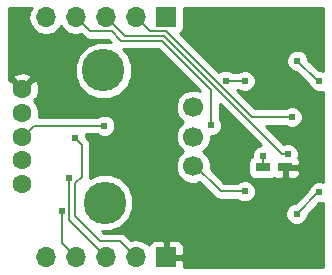
<source format=gbr>
G04 #@! TF.FileFunction,Copper,L1,Top,Signal*
%FSLAX46Y46*%
G04 Gerber Fmt 4.6, Leading zero omitted, Abs format (unit mm)*
G04 Created by KiCad (PCBNEW 4.0.6) date 11/25/17 14:25:30*
%MOMM*%
%LPD*%
G01*
G04 APERTURE LIST*
%ADD10C,0.100000*%
%ADD11C,1.600000*%
%ADD12C,1.700000*%
%ADD13C,3.600000*%
%ADD14R,1.700000X1.700000*%
%ADD15O,1.700000X1.700000*%
%ADD16R,1.200000X0.750000*%
%ADD17C,0.609600*%
%ADD18C,0.203200*%
%ADD19C,0.254000*%
G04 APERTURE END LIST*
D10*
D11*
X106694600Y-100762900D03*
X106694600Y-104762900D03*
D12*
X121194600Y-102762900D03*
D13*
X113694600Y-108362900D03*
D12*
X121194600Y-105262900D03*
X121194600Y-100262900D03*
D11*
X106694600Y-102762900D03*
X106694600Y-98762900D03*
X106694600Y-106762900D03*
D13*
X113594600Y-97162900D03*
D14*
X118901600Y-92666400D03*
D15*
X116361600Y-92666400D03*
X113821600Y-92666400D03*
X111281600Y-92666400D03*
X108741600Y-92666400D03*
D16*
X128995600Y-105366400D03*
X127095600Y-105366400D03*
D14*
X118907570Y-112977492D03*
D15*
X116367570Y-112977492D03*
X113827570Y-112977492D03*
X111287570Y-112977492D03*
X108747570Y-112977492D03*
D17*
X131855600Y-98063900D03*
X130014100Y-96349400D03*
X127093100Y-104413900D03*
X131855600Y-107461900D03*
X129950600Y-109303400D03*
X123949007Y-98032993D03*
X125569100Y-98063900D03*
X125569100Y-107398400D03*
X114137496Y-105456696D03*
X128883508Y-98988758D03*
X130903100Y-105810900D03*
X128885540Y-106531716D03*
X111208028Y-102902239D03*
X110691341Y-106237093D03*
X110066681Y-109049400D03*
X129569600Y-101111900D03*
X129228616Y-104248639D03*
X113677627Y-101840589D03*
X122711600Y-101810400D03*
D18*
X130014100Y-96349400D02*
X131728600Y-98063900D01*
X131728600Y-98063900D02*
X131855600Y-98063900D01*
X127095600Y-105366400D02*
X127095600Y-104416400D01*
X127095600Y-104416400D02*
X127093100Y-104413900D01*
X129950600Y-109303400D02*
X131792100Y-107461900D01*
X131792100Y-107461900D02*
X131855600Y-107461900D01*
X125569100Y-98063900D02*
X123979914Y-98063900D01*
X123979914Y-98063900D02*
X123949007Y-98032993D01*
X125569100Y-107398400D02*
X123520600Y-107398400D01*
X123520600Y-107398400D02*
X121194600Y-105072400D01*
X128995600Y-105366400D02*
X130458600Y-105366400D01*
X130458600Y-105366400D02*
X130903100Y-105810900D01*
X128885540Y-106531716D02*
X128885540Y-105476460D01*
X128885540Y-105476460D02*
X128995600Y-105366400D01*
X116361600Y-112986400D02*
X115008342Y-111633142D01*
X115008342Y-111633142D02*
X113303303Y-111633142D01*
X111759966Y-103454177D02*
X111512827Y-103207038D01*
X113303303Y-111633142D02*
X111195514Y-109525353D01*
X111195514Y-109525353D02*
X111195514Y-106726215D01*
X111195514Y-106726215D02*
X111759966Y-106161763D01*
X111759966Y-106161763D02*
X111759966Y-103454177D01*
X111512827Y-103207038D02*
X111208028Y-102902239D01*
X110691341Y-106668145D02*
X110691341Y-106237093D01*
X110691341Y-109856141D02*
X110691341Y-106668145D01*
X113821600Y-112986400D02*
X110691341Y-109856141D01*
X110066681Y-111771481D02*
X110066681Y-109480452D01*
X111281600Y-112986400D02*
X110066681Y-111771481D01*
X110066681Y-109480452D02*
X110066681Y-109049400D01*
X116361600Y-92666400D02*
X117527011Y-93831811D01*
X129569600Y-101111900D02*
X126165808Y-101111900D01*
X126165808Y-101111900D02*
X118885719Y-93831811D01*
X118885719Y-93831811D02*
X117527011Y-93831811D01*
X128727796Y-104248639D02*
X128797564Y-104248639D01*
X118717379Y-94238222D02*
X128727796Y-104248639D01*
X115393422Y-94238222D02*
X118717379Y-94238222D01*
X113821600Y-92666400D02*
X115393422Y-94238222D01*
X128797564Y-104248639D02*
X129228616Y-104248639D01*
X107695411Y-101840589D02*
X113246575Y-101840589D01*
X106836600Y-102699400D02*
X107695411Y-101840589D01*
X113246575Y-101840589D02*
X113677627Y-101840589D01*
X122711600Y-98807194D02*
X118549039Y-94644633D01*
X114298593Y-93821201D02*
X112436401Y-93821201D01*
X122711600Y-101810400D02*
X122711600Y-98807194D01*
X118549039Y-94644633D02*
X115122025Y-94644633D01*
X115122025Y-94644633D02*
X114298593Y-93821201D01*
X112436401Y-93821201D02*
X112131599Y-93516399D01*
X112131599Y-93516399D02*
X111281600Y-92666400D01*
D19*
G36*
X107369639Y-92069022D02*
X107256600Y-92637307D01*
X107256600Y-92695493D01*
X107369639Y-93263778D01*
X107691546Y-93745547D01*
X108173315Y-94067454D01*
X108741600Y-94180493D01*
X109309885Y-94067454D01*
X109791654Y-93745547D01*
X110011600Y-93416374D01*
X110231546Y-93745547D01*
X110713315Y-94067454D01*
X111281600Y-94180493D01*
X111675610Y-94102120D01*
X111915546Y-94342056D01*
X112154516Y-94501731D01*
X112436401Y-94557801D01*
X113993483Y-94557801D01*
X114222894Y-94787212D01*
X114081076Y-94728324D01*
X113112374Y-94727479D01*
X112217086Y-95097404D01*
X111531512Y-95781783D01*
X111160024Y-96676424D01*
X111159179Y-97645126D01*
X111529104Y-98540414D01*
X112213483Y-99225988D01*
X113108124Y-99597476D01*
X114076826Y-99598321D01*
X114972114Y-99228396D01*
X115657688Y-98544017D01*
X116029176Y-97649376D01*
X116030021Y-96680674D01*
X115660096Y-95785386D01*
X115256647Y-95381233D01*
X118243929Y-95381233D01*
X121747065Y-98884369D01*
X121491281Y-98778158D01*
X120900511Y-98777643D01*
X120354514Y-99003244D01*
X119936412Y-99420617D01*
X119709858Y-99966219D01*
X119709343Y-100556989D01*
X119934944Y-101102986D01*
X120344492Y-101513249D01*
X119936412Y-101920617D01*
X119709858Y-102466219D01*
X119709343Y-103056989D01*
X119934944Y-103602986D01*
X120344492Y-104013249D01*
X119936412Y-104420617D01*
X119709858Y-104966219D01*
X119709343Y-105556989D01*
X119934944Y-106102986D01*
X120352317Y-106521088D01*
X120897919Y-106747642D01*
X121488689Y-106748157D01*
X121729250Y-106648760D01*
X122999745Y-107919255D01*
X123238715Y-108078930D01*
X123520600Y-108135000D01*
X124976496Y-108135000D01*
X125036051Y-108194659D01*
X125381342Y-108338037D01*
X125755218Y-108338363D01*
X126100759Y-108195588D01*
X126365359Y-107931449D01*
X126508737Y-107586158D01*
X126509063Y-107212282D01*
X126366288Y-106866741D01*
X126102149Y-106602141D01*
X125756858Y-106458763D01*
X125382982Y-106458437D01*
X125037441Y-106601212D01*
X124976747Y-106661800D01*
X123825710Y-106661800D01*
X122679380Y-105515470D01*
X122679857Y-104968811D01*
X122454256Y-104422814D01*
X122044708Y-104012551D01*
X122452788Y-103605183D01*
X122679342Y-103059581D01*
X122679612Y-102750173D01*
X122897718Y-102750363D01*
X123243259Y-102607588D01*
X123507859Y-102343449D01*
X123651237Y-101998158D01*
X123651563Y-101624282D01*
X123508788Y-101278741D01*
X123448200Y-101218047D01*
X123448200Y-100010753D01*
X126911388Y-103473941D01*
X126906982Y-103473937D01*
X126561441Y-103616712D01*
X126296841Y-103880851D01*
X126153463Y-104226142D01*
X126153262Y-104457104D01*
X126044159Y-104527310D01*
X125899169Y-104739510D01*
X125848160Y-104991400D01*
X125848160Y-105741400D01*
X125892438Y-105976717D01*
X126031510Y-106192841D01*
X126243710Y-106337831D01*
X126495600Y-106388840D01*
X127695600Y-106388840D01*
X127930917Y-106344562D01*
X128034246Y-106278071D01*
X128035902Y-106279727D01*
X128269291Y-106376400D01*
X128709850Y-106376400D01*
X128868600Y-106217650D01*
X128868600Y-105493400D01*
X129122600Y-105493400D01*
X129122600Y-106217650D01*
X129281350Y-106376400D01*
X129721909Y-106376400D01*
X129955298Y-106279727D01*
X130133927Y-106101099D01*
X130230600Y-105867710D01*
X130230600Y-105652150D01*
X130071850Y-105493400D01*
X129122600Y-105493400D01*
X128868600Y-105493400D01*
X128848600Y-105493400D01*
X128848600Y-105239400D01*
X128868600Y-105239400D01*
X128868600Y-105219400D01*
X129122600Y-105219400D01*
X129122600Y-105239400D01*
X130071850Y-105239400D01*
X130230600Y-105080650D01*
X130230600Y-104865090D01*
X130133927Y-104631701D01*
X130100878Y-104598653D01*
X130168253Y-104436397D01*
X130168579Y-104062521D01*
X130025804Y-103716980D01*
X129761665Y-103452380D01*
X129416374Y-103309002D01*
X129042498Y-103308676D01*
X128891807Y-103370940D01*
X127369367Y-101848500D01*
X128976996Y-101848500D01*
X129036551Y-101908159D01*
X129381842Y-102051537D01*
X129755718Y-102051863D01*
X130101259Y-101909088D01*
X130365859Y-101644949D01*
X130509237Y-101299658D01*
X130509563Y-100925782D01*
X130366788Y-100580241D01*
X130102649Y-100315641D01*
X129757358Y-100172263D01*
X129383482Y-100171937D01*
X129037941Y-100314712D01*
X128977247Y-100375300D01*
X126470918Y-100375300D01*
X124896118Y-98800500D01*
X124976496Y-98800500D01*
X125036051Y-98860159D01*
X125381342Y-99003537D01*
X125755218Y-99003863D01*
X126100759Y-98861088D01*
X126365359Y-98596949D01*
X126508737Y-98251658D01*
X126509063Y-97877782D01*
X126366288Y-97532241D01*
X126102149Y-97267641D01*
X125756858Y-97124263D01*
X125382982Y-97123937D01*
X125037441Y-97266712D01*
X124976747Y-97327300D01*
X124572464Y-97327300D01*
X124482056Y-97236734D01*
X124136765Y-97093356D01*
X123762889Y-97093030D01*
X123417348Y-97235805D01*
X123374348Y-97278730D01*
X120125807Y-94030189D01*
X120203041Y-93980490D01*
X120348031Y-93768290D01*
X120399040Y-93516400D01*
X120399040Y-91852400D01*
X132161600Y-91852400D01*
X132161600Y-97173362D01*
X132043358Y-97124263D01*
X131830487Y-97124077D01*
X130953989Y-96247579D01*
X130954063Y-96163282D01*
X130811288Y-95817741D01*
X130547149Y-95553141D01*
X130201858Y-95409763D01*
X129827982Y-95409437D01*
X129482441Y-95552212D01*
X129217841Y-95816351D01*
X129074463Y-96161642D01*
X129074137Y-96535518D01*
X129216912Y-96881059D01*
X129481051Y-97145659D01*
X129826342Y-97289037D01*
X129912102Y-97289112D01*
X130945654Y-98322664D01*
X131058412Y-98595559D01*
X131322551Y-98860159D01*
X131667842Y-99003537D01*
X132041718Y-99003863D01*
X132161600Y-98954329D01*
X132161600Y-106571362D01*
X132043358Y-106522263D01*
X131669482Y-106521937D01*
X131323941Y-106664712D01*
X131059341Y-106928851D01*
X130915963Y-107274142D01*
X130915944Y-107296346D01*
X129848779Y-108363511D01*
X129764482Y-108363437D01*
X129418941Y-108506212D01*
X129154341Y-108770351D01*
X129010963Y-109115642D01*
X129010637Y-109489518D01*
X129153412Y-109835059D01*
X129417551Y-110099659D01*
X129762842Y-110243037D01*
X130136718Y-110243363D01*
X130482259Y-110100588D01*
X130746859Y-109836449D01*
X130890237Y-109491158D01*
X130890312Y-109405398D01*
X131893976Y-108401734D01*
X132041718Y-108401863D01*
X132161600Y-108352329D01*
X132161600Y-113800400D01*
X120392570Y-113800400D01*
X120392570Y-113263242D01*
X120233820Y-113104492D01*
X119034570Y-113104492D01*
X119034570Y-113124492D01*
X118780570Y-113124492D01*
X118780570Y-113104492D01*
X118760570Y-113104492D01*
X118760570Y-112850492D01*
X118780570Y-112850492D01*
X118780570Y-111651242D01*
X119034570Y-111651242D01*
X119034570Y-112850492D01*
X120233820Y-112850492D01*
X120392570Y-112691742D01*
X120392570Y-112001183D01*
X120295897Y-111767794D01*
X120117269Y-111589165D01*
X119883880Y-111492492D01*
X119193320Y-111492492D01*
X119034570Y-111651242D01*
X118780570Y-111651242D01*
X118621820Y-111492492D01*
X117931260Y-111492492D01*
X117697871Y-111589165D01*
X117519243Y-111767794D01*
X117446973Y-111942269D01*
X117417624Y-111898345D01*
X116935855Y-111576438D01*
X116367570Y-111463399D01*
X115961151Y-111544241D01*
X115529197Y-111112287D01*
X115290227Y-110952612D01*
X115008342Y-110896542D01*
X113608413Y-110896542D01*
X113509610Y-110797739D01*
X114176826Y-110798321D01*
X115072114Y-110428396D01*
X115757688Y-109744017D01*
X116129176Y-108849376D01*
X116130021Y-107880674D01*
X115760096Y-106985386D01*
X115075717Y-106299812D01*
X114181076Y-105928324D01*
X113212374Y-105927479D01*
X112483242Y-106228750D01*
X112496566Y-106161763D01*
X112496566Y-103454177D01*
X112440496Y-103172292D01*
X112280821Y-102933322D01*
X112147917Y-102800418D01*
X112147991Y-102716121D01*
X112090585Y-102577189D01*
X113085023Y-102577189D01*
X113144578Y-102636848D01*
X113489869Y-102780226D01*
X113863745Y-102780552D01*
X114209286Y-102637777D01*
X114473886Y-102373638D01*
X114617264Y-102028347D01*
X114617590Y-101654471D01*
X114474815Y-101308930D01*
X114210676Y-101044330D01*
X113865385Y-100900952D01*
X113491509Y-100900626D01*
X113145968Y-101043401D01*
X113085274Y-101103989D01*
X108106762Y-101103989D01*
X108129350Y-101049591D01*
X108129848Y-100478713D01*
X107911843Y-99951100D01*
X107742088Y-99781048D01*
X107817222Y-99705914D01*
X107702347Y-99591039D01*
X107948464Y-99516905D01*
X108141565Y-98979677D01*
X108114378Y-98409446D01*
X107948464Y-98008895D01*
X107702345Y-97934761D01*
X106874205Y-98762900D01*
X106888348Y-98777042D01*
X106708743Y-98956648D01*
X106694600Y-98942505D01*
X106680458Y-98956648D01*
X106500852Y-98777042D01*
X106514995Y-98762900D01*
X105686855Y-97934761D01*
X105641600Y-97948392D01*
X105641600Y-97755155D01*
X105866461Y-97755155D01*
X106694600Y-98583295D01*
X107522739Y-97755155D01*
X107448605Y-97509036D01*
X106911377Y-97315935D01*
X106341146Y-97343122D01*
X105940595Y-97509036D01*
X105866461Y-97755155D01*
X105641600Y-97755155D01*
X105641600Y-91852400D01*
X107514381Y-91852400D01*
X107369639Y-92069022D01*
X107369639Y-92069022D01*
G37*
X107369639Y-92069022D02*
X107256600Y-92637307D01*
X107256600Y-92695493D01*
X107369639Y-93263778D01*
X107691546Y-93745547D01*
X108173315Y-94067454D01*
X108741600Y-94180493D01*
X109309885Y-94067454D01*
X109791654Y-93745547D01*
X110011600Y-93416374D01*
X110231546Y-93745547D01*
X110713315Y-94067454D01*
X111281600Y-94180493D01*
X111675610Y-94102120D01*
X111915546Y-94342056D01*
X112154516Y-94501731D01*
X112436401Y-94557801D01*
X113993483Y-94557801D01*
X114222894Y-94787212D01*
X114081076Y-94728324D01*
X113112374Y-94727479D01*
X112217086Y-95097404D01*
X111531512Y-95781783D01*
X111160024Y-96676424D01*
X111159179Y-97645126D01*
X111529104Y-98540414D01*
X112213483Y-99225988D01*
X113108124Y-99597476D01*
X114076826Y-99598321D01*
X114972114Y-99228396D01*
X115657688Y-98544017D01*
X116029176Y-97649376D01*
X116030021Y-96680674D01*
X115660096Y-95785386D01*
X115256647Y-95381233D01*
X118243929Y-95381233D01*
X121747065Y-98884369D01*
X121491281Y-98778158D01*
X120900511Y-98777643D01*
X120354514Y-99003244D01*
X119936412Y-99420617D01*
X119709858Y-99966219D01*
X119709343Y-100556989D01*
X119934944Y-101102986D01*
X120344492Y-101513249D01*
X119936412Y-101920617D01*
X119709858Y-102466219D01*
X119709343Y-103056989D01*
X119934944Y-103602986D01*
X120344492Y-104013249D01*
X119936412Y-104420617D01*
X119709858Y-104966219D01*
X119709343Y-105556989D01*
X119934944Y-106102986D01*
X120352317Y-106521088D01*
X120897919Y-106747642D01*
X121488689Y-106748157D01*
X121729250Y-106648760D01*
X122999745Y-107919255D01*
X123238715Y-108078930D01*
X123520600Y-108135000D01*
X124976496Y-108135000D01*
X125036051Y-108194659D01*
X125381342Y-108338037D01*
X125755218Y-108338363D01*
X126100759Y-108195588D01*
X126365359Y-107931449D01*
X126508737Y-107586158D01*
X126509063Y-107212282D01*
X126366288Y-106866741D01*
X126102149Y-106602141D01*
X125756858Y-106458763D01*
X125382982Y-106458437D01*
X125037441Y-106601212D01*
X124976747Y-106661800D01*
X123825710Y-106661800D01*
X122679380Y-105515470D01*
X122679857Y-104968811D01*
X122454256Y-104422814D01*
X122044708Y-104012551D01*
X122452788Y-103605183D01*
X122679342Y-103059581D01*
X122679612Y-102750173D01*
X122897718Y-102750363D01*
X123243259Y-102607588D01*
X123507859Y-102343449D01*
X123651237Y-101998158D01*
X123651563Y-101624282D01*
X123508788Y-101278741D01*
X123448200Y-101218047D01*
X123448200Y-100010753D01*
X126911388Y-103473941D01*
X126906982Y-103473937D01*
X126561441Y-103616712D01*
X126296841Y-103880851D01*
X126153463Y-104226142D01*
X126153262Y-104457104D01*
X126044159Y-104527310D01*
X125899169Y-104739510D01*
X125848160Y-104991400D01*
X125848160Y-105741400D01*
X125892438Y-105976717D01*
X126031510Y-106192841D01*
X126243710Y-106337831D01*
X126495600Y-106388840D01*
X127695600Y-106388840D01*
X127930917Y-106344562D01*
X128034246Y-106278071D01*
X128035902Y-106279727D01*
X128269291Y-106376400D01*
X128709850Y-106376400D01*
X128868600Y-106217650D01*
X128868600Y-105493400D01*
X129122600Y-105493400D01*
X129122600Y-106217650D01*
X129281350Y-106376400D01*
X129721909Y-106376400D01*
X129955298Y-106279727D01*
X130133927Y-106101099D01*
X130230600Y-105867710D01*
X130230600Y-105652150D01*
X130071850Y-105493400D01*
X129122600Y-105493400D01*
X128868600Y-105493400D01*
X128848600Y-105493400D01*
X128848600Y-105239400D01*
X128868600Y-105239400D01*
X128868600Y-105219400D01*
X129122600Y-105219400D01*
X129122600Y-105239400D01*
X130071850Y-105239400D01*
X130230600Y-105080650D01*
X130230600Y-104865090D01*
X130133927Y-104631701D01*
X130100878Y-104598653D01*
X130168253Y-104436397D01*
X130168579Y-104062521D01*
X130025804Y-103716980D01*
X129761665Y-103452380D01*
X129416374Y-103309002D01*
X129042498Y-103308676D01*
X128891807Y-103370940D01*
X127369367Y-101848500D01*
X128976996Y-101848500D01*
X129036551Y-101908159D01*
X129381842Y-102051537D01*
X129755718Y-102051863D01*
X130101259Y-101909088D01*
X130365859Y-101644949D01*
X130509237Y-101299658D01*
X130509563Y-100925782D01*
X130366788Y-100580241D01*
X130102649Y-100315641D01*
X129757358Y-100172263D01*
X129383482Y-100171937D01*
X129037941Y-100314712D01*
X128977247Y-100375300D01*
X126470918Y-100375300D01*
X124896118Y-98800500D01*
X124976496Y-98800500D01*
X125036051Y-98860159D01*
X125381342Y-99003537D01*
X125755218Y-99003863D01*
X126100759Y-98861088D01*
X126365359Y-98596949D01*
X126508737Y-98251658D01*
X126509063Y-97877782D01*
X126366288Y-97532241D01*
X126102149Y-97267641D01*
X125756858Y-97124263D01*
X125382982Y-97123937D01*
X125037441Y-97266712D01*
X124976747Y-97327300D01*
X124572464Y-97327300D01*
X124482056Y-97236734D01*
X124136765Y-97093356D01*
X123762889Y-97093030D01*
X123417348Y-97235805D01*
X123374348Y-97278730D01*
X120125807Y-94030189D01*
X120203041Y-93980490D01*
X120348031Y-93768290D01*
X120399040Y-93516400D01*
X120399040Y-91852400D01*
X132161600Y-91852400D01*
X132161600Y-97173362D01*
X132043358Y-97124263D01*
X131830487Y-97124077D01*
X130953989Y-96247579D01*
X130954063Y-96163282D01*
X130811288Y-95817741D01*
X130547149Y-95553141D01*
X130201858Y-95409763D01*
X129827982Y-95409437D01*
X129482441Y-95552212D01*
X129217841Y-95816351D01*
X129074463Y-96161642D01*
X129074137Y-96535518D01*
X129216912Y-96881059D01*
X129481051Y-97145659D01*
X129826342Y-97289037D01*
X129912102Y-97289112D01*
X130945654Y-98322664D01*
X131058412Y-98595559D01*
X131322551Y-98860159D01*
X131667842Y-99003537D01*
X132041718Y-99003863D01*
X132161600Y-98954329D01*
X132161600Y-106571362D01*
X132043358Y-106522263D01*
X131669482Y-106521937D01*
X131323941Y-106664712D01*
X131059341Y-106928851D01*
X130915963Y-107274142D01*
X130915944Y-107296346D01*
X129848779Y-108363511D01*
X129764482Y-108363437D01*
X129418941Y-108506212D01*
X129154341Y-108770351D01*
X129010963Y-109115642D01*
X129010637Y-109489518D01*
X129153412Y-109835059D01*
X129417551Y-110099659D01*
X129762842Y-110243037D01*
X130136718Y-110243363D01*
X130482259Y-110100588D01*
X130746859Y-109836449D01*
X130890237Y-109491158D01*
X130890312Y-109405398D01*
X131893976Y-108401734D01*
X132041718Y-108401863D01*
X132161600Y-108352329D01*
X132161600Y-113800400D01*
X120392570Y-113800400D01*
X120392570Y-113263242D01*
X120233820Y-113104492D01*
X119034570Y-113104492D01*
X119034570Y-113124492D01*
X118780570Y-113124492D01*
X118780570Y-113104492D01*
X118760570Y-113104492D01*
X118760570Y-112850492D01*
X118780570Y-112850492D01*
X118780570Y-111651242D01*
X119034570Y-111651242D01*
X119034570Y-112850492D01*
X120233820Y-112850492D01*
X120392570Y-112691742D01*
X120392570Y-112001183D01*
X120295897Y-111767794D01*
X120117269Y-111589165D01*
X119883880Y-111492492D01*
X119193320Y-111492492D01*
X119034570Y-111651242D01*
X118780570Y-111651242D01*
X118621820Y-111492492D01*
X117931260Y-111492492D01*
X117697871Y-111589165D01*
X117519243Y-111767794D01*
X117446973Y-111942269D01*
X117417624Y-111898345D01*
X116935855Y-111576438D01*
X116367570Y-111463399D01*
X115961151Y-111544241D01*
X115529197Y-111112287D01*
X115290227Y-110952612D01*
X115008342Y-110896542D01*
X113608413Y-110896542D01*
X113509610Y-110797739D01*
X114176826Y-110798321D01*
X115072114Y-110428396D01*
X115757688Y-109744017D01*
X116129176Y-108849376D01*
X116130021Y-107880674D01*
X115760096Y-106985386D01*
X115075717Y-106299812D01*
X114181076Y-105928324D01*
X113212374Y-105927479D01*
X112483242Y-106228750D01*
X112496566Y-106161763D01*
X112496566Y-103454177D01*
X112440496Y-103172292D01*
X112280821Y-102933322D01*
X112147917Y-102800418D01*
X112147991Y-102716121D01*
X112090585Y-102577189D01*
X113085023Y-102577189D01*
X113144578Y-102636848D01*
X113489869Y-102780226D01*
X113863745Y-102780552D01*
X114209286Y-102637777D01*
X114473886Y-102373638D01*
X114617264Y-102028347D01*
X114617590Y-101654471D01*
X114474815Y-101308930D01*
X114210676Y-101044330D01*
X113865385Y-100900952D01*
X113491509Y-100900626D01*
X113145968Y-101043401D01*
X113085274Y-101103989D01*
X108106762Y-101103989D01*
X108129350Y-101049591D01*
X108129848Y-100478713D01*
X107911843Y-99951100D01*
X107742088Y-99781048D01*
X107817222Y-99705914D01*
X107702347Y-99591039D01*
X107948464Y-99516905D01*
X108141565Y-98979677D01*
X108114378Y-98409446D01*
X107948464Y-98008895D01*
X107702345Y-97934761D01*
X106874205Y-98762900D01*
X106888348Y-98777042D01*
X106708743Y-98956648D01*
X106694600Y-98942505D01*
X106680458Y-98956648D01*
X106500852Y-98777042D01*
X106514995Y-98762900D01*
X105686855Y-97934761D01*
X105641600Y-97948392D01*
X105641600Y-97755155D01*
X105866461Y-97755155D01*
X106694600Y-98583295D01*
X107522739Y-97755155D01*
X107448605Y-97509036D01*
X106911377Y-97315935D01*
X106341146Y-97343122D01*
X105940595Y-97509036D01*
X105866461Y-97755155D01*
X105641600Y-97755155D01*
X105641600Y-91852400D01*
X107514381Y-91852400D01*
X107369639Y-92069022D01*
M02*

</source>
